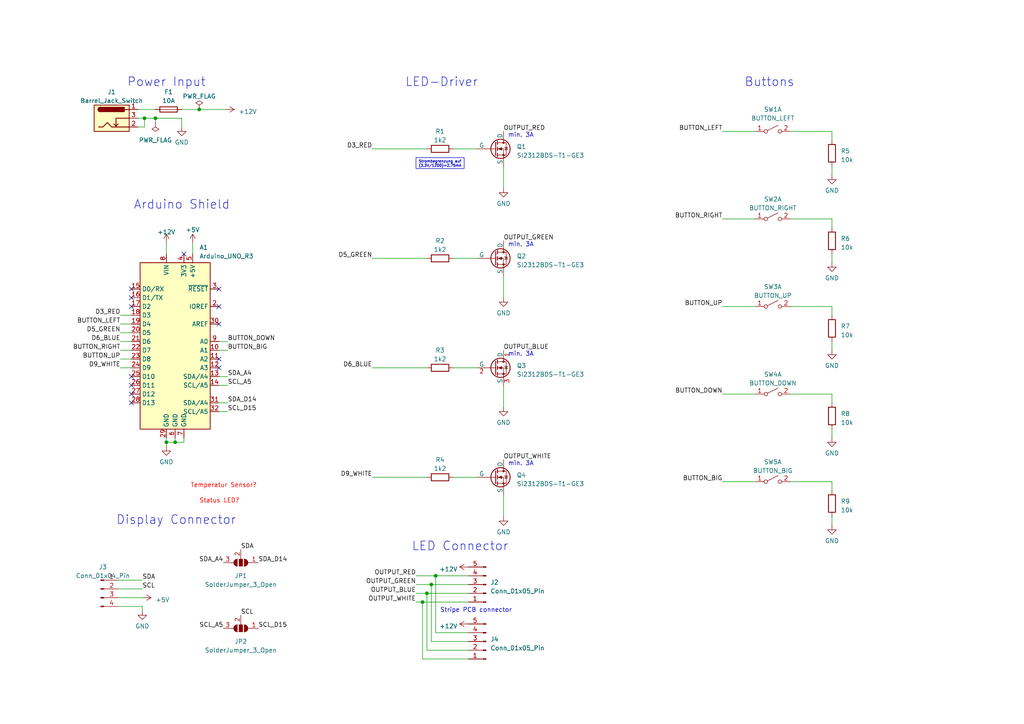
<source format=kicad_sch>
(kicad_sch (version 20230121) (generator eeschema)
  (paper "A4")
  (lib_symbols
    (symbol "Connector:Barrel_Jack_Switch" (pin_names hide)
      (property "Reference" "J" (at 0 5.334 0))
      (property "Value" "Barrel_Jack_Switch" (at 0 -5.08 0))
      (symbol "Barrel_Jack_Switch_0_1"
        (rectangle (start -5.08 3.81) (end 5.08 -3.81) (stroke (width 0.254)) (fill (type background)))
        (arc (start -3.302 3.175) (mid -3.9343 2.54) (end -3.302 1.905) (stroke (width 0.254)))
        (arc (start -3.302 3.175) (mid -3.9343 2.54) (end -3.302 1.905) (stroke (width 0.254)) (fill (type outline)))
        (polyline (pts (xy 1.27 -2.286) (xy 1.905 -1.651)) (stroke (width 0.254)))
        (polyline (pts (xy 5.08 2.54) (xy 3.81 2.54)) (stroke (width 0.254)))
        (polyline (pts (xy 5.08 0) (xy 1.27 0) (xy 1.27 -2.286) (xy 0.635 -1.651)) (stroke (width 0.254)))
        (polyline (pts (xy -3.81 -2.54) (xy -2.54 -2.54) (xy -1.27 -1.27) (xy 0 -2.54) (xy 2.54 -2.54) (xy 5.08 -2.54)) (stroke (width 0.254)))
        (rectangle (start 3.683 3.175) (end -3.302 1.905) (stroke (width 0.254)) (fill (type outline)))
      )
      (symbol "Barrel_Jack_Switch_1_1"
        (pin passive line (at 7.62 2.54 180) (length 2.54) (name "~") (number "1"))
        (pin passive line (at 7.62 -2.54 180) (length 2.54) (name "~") (number "2"))
        (pin passive line (at 7.62 0 180) (length 2.54) (name "~") (number "3"))
      )
    )
    (symbol "Connector:Conn_01x04_Pin" (pin_names (offset 1.016) hide)
      (property "Reference" "J" (at 0 5.08 0))
      (property "Value" "Conn_01x04_Pin" (at 0 -7.62 0))
      (symbol "Conn_01x04_Pin_1_1"
        (polyline (pts (xy 1.27 -5.08) (xy 0.8636 -5.08)) (stroke (width 0.1524)))
        (polyline (pts (xy 1.27 -2.54) (xy 0.8636 -2.54)) (stroke (width 0.1524)))
        (polyline (pts (xy 1.27 0) (xy 0.8636 0)) (stroke (width 0.1524)))
        (polyline (pts (xy 1.27 2.54) (xy 0.8636 2.54)) (stroke (width 0.1524)))
        (rectangle (start 0.8636 -4.953) (end 0 -5.207) (stroke (width 0.1524)) (fill (type outline)))
        (rectangle (start 0.8636 -2.413) (end 0 -2.667) (stroke (width 0.1524)) (fill (type outline)))
        (rectangle (start 0.8636 0.127) (end 0 -0.127) (stroke (width 0.1524)) (fill (type outline)))
        (rectangle (start 0.8636 2.667) (end 0 2.413) (stroke (width 0.1524)) (fill (type outline)))
        (pin passive line (at 5.08 2.54 180) (length 3.81) (name "Pin_1") (number "1"))
        (pin passive line (at 5.08 0 180) (length 3.81) (name "Pin_2") (number "2"))
        (pin passive line (at 5.08 -2.54 180) (length 3.81) (name "Pin_3") (number "3"))
        (pin passive line (at 5.08 -5.08 180) (length 3.81) (name "Pin_4") (number "4"))
      )
    )
    (symbol "Connector:Conn_01x05_Pin" (pin_names (offset 1.016) hide)
      (property "Reference" "J" (at 0 7.62 0))
      (property "Value" "Conn_01x05_Pin" (at 0 -7.62 0))
      (symbol "Conn_01x05_Pin_1_1"
        (polyline (pts (xy 1.27 -5.08) (xy 0.8636 -5.08)) (stroke (width 0.1524)))
        (polyline (pts (xy 1.27 -2.54) (xy 0.8636 -2.54)) (stroke (width 0.1524)))
        (polyline (pts (xy 1.27 0) (xy 0.8636 0)) (stroke (width 0.1524)))
        (polyline (pts (xy 1.27 2.54) (xy 0.8636 2.54)) (stroke (width 0.1524)))
        (polyline (pts (xy 1.27 5.08) (xy 0.8636 5.08)) (stroke (width 0.1524)))
        (rectangle (start 0.8636 -4.953) (end 0 -5.207) (stroke (width 0.1524)) (fill (type outline)))
        (rectangle (start 0.8636 -2.413) (end 0 -2.667) (stroke (width 0.1524)) (fill (type outline)))
        (rectangle (start 0.8636 0.127) (end 0 -0.127) (stroke (width 0.1524)) (fill (type outline)))
        (rectangle (start 0.8636 2.667) (end 0 2.413) (stroke (width 0.1524)) (fill (type outline)))
        (rectangle (start 0.8636 5.207) (end 0 4.953) (stroke (width 0.1524)) (fill (type outline)))
        (pin passive line (at 5.08 5.08 180) (length 3.81) (name "Pin_1") (number "1"))
        (pin passive line (at 5.08 2.54 180) (length 3.81) (name "Pin_2") (number "2"))
        (pin passive line (at 5.08 0 180) (length 3.81) (name "Pin_3") (number "3"))
        (pin passive line (at 5.08 -2.54 180) (length 3.81) (name "Pin_4") (number "4"))
        (pin passive line (at 5.08 -5.08 180) (length 3.81) (name "Pin_5") (number "5"))
      )
    )
    (symbol "Device:Fuse" (pin_numbers hide) (pin_names (offset 0))
      (property "Reference" "F" (at 2.032 0 90))
      (property "Value" "Fuse" (at -1.905 0 90))
      (symbol "Fuse_0_1"
        (rectangle (start -0.762 -2.54) (end 0.762 2.54) (stroke (width 0.254)))
        (polyline (pts (xy 0 2.54) (xy 0 -2.54)))
      )
      (symbol "Fuse_1_1"
        (pin passive line (at 0 3.81 270) (length 1.27) (name "~") (number "1"))
        (pin passive line (at 0 -3.81 90) (length 1.27) (name "~") (number "2"))
      )
    )
    (symbol "Device:R" (pin_numbers hide) (pin_names (offset 0))
      (property "Reference" "R" (at 2.032 0 90))
      (property "Value" "R" (at 0 0 90))
      (symbol "R_0_1"
        (rectangle (start -1.016 -2.54) (end 1.016 2.54) (stroke (width 0.254)))
      )
      (symbol "R_1_1"
        (pin passive line (at 0 3.81 270) (length 1.27) (name "~") (number "1"))
        (pin passive line (at 0 -3.81 90) (length 1.27) (name "~") (number "2"))
      )
    )
    (symbol "Jumper:SolderJumper_3_Open" (pin_names (offset 0) hide)
      (property "Reference" "JP" (at -2.54 -2.54 0))
      (property "Value" "SolderJumper_3_Open" (at 0 2.794 0))
      (symbol "SolderJumper_3_Open_0_1"
        (arc (start -1.016 1.016) (mid -2.0276 0) (end -1.016 -1.016))
        (arc (start -1.016 1.016) (mid -2.0276 0) (end -1.016 -1.016) (fill (type outline)))
        (rectangle (start -0.508 1.016) (end 0.508 -1.016) (fill (type outline)))
        (polyline (pts (xy -2.54 0) (xy -2.032 0)))
        (polyline (pts (xy -1.016 1.016) (xy -1.016 -1.016)))
        (polyline (pts (xy 0 -1.27) (xy 0 -1.016)))
        (polyline (pts (xy 1.016 1.016) (xy 1.016 -1.016)))
        (polyline (pts (xy 2.54 0) (xy 2.032 0)))
        (arc (start 1.016 -1.016) (mid 2.0276 0) (end 1.016 1.016))
        (arc (start 1.016 -1.016) (mid 2.0276 0) (end 1.016 1.016) (fill (type outline)))
      )
      (symbol "SolderJumper_3_Open_1_1"
        (pin passive line (at -5.08 0 0) (length 2.54) (name "A") (number "1"))
        (pin passive line (at 0 -3.81 90) (length 2.54) (name "C") (number "2"))
        (pin passive line (at 5.08 0 180) (length 2.54) (name "B") (number "3"))
      )
    )
    (symbol "MCU_Module:Arduino_UNO_R3"
      (property "Reference" "A" (at -10.16 23.495 0))
      (property "Value" "Arduino_UNO_R3" (at 5.08 -26.67 0))
      (symbol "Arduino_UNO_R3_0_1"
        (rectangle (start -10.16 22.86) (end 10.16 -25.4) (stroke (width 0.254)) (fill (type background)))
      )
      (symbol "Arduino_UNO_R3_1_1"
        (pin no_connect line (at -10.16 -20.32 0) (length 2.54) hide (name "NC") (number "1"))
        (pin bidirectional line (at 12.7 -2.54 180) (length 2.54) (name "A1") (number "10"))
        (pin bidirectional line (at 12.7 -5.08 180) (length 2.54) (name "A2") (number "11"))
        (pin bidirectional line (at 12.7 -7.62 180) (length 2.54) (name "A3") (number "12"))
        (pin bidirectional line (at 12.7 -10.16 180) (length 2.54) (name "SDA/A4") (number "13"))
        (pin bidirectional line (at 12.7 -12.7 180) (length 2.54) (name "SCL/A5") (number "14"))
        (pin bidirectional line (at -12.7 15.24 0) (length 2.54) (name "D0/RX") (number "15"))
        (pin bidirectional line (at -12.7 12.7 0) (length 2.54) (name "D1/TX") (number "16"))
        (pin bidirectional line (at -12.7 10.16 0) (length 2.54) (name "D2") (number "17"))
        (pin bidirectional line (at -12.7 7.62 0) (length 2.54) (name "D3") (number "18"))
        (pin bidirectional line (at -12.7 5.08 0) (length 2.54) (name "D4") (number "19"))
        (pin output line (at 12.7 10.16 180) (length 2.54) (name "IOREF") (number "2"))
        (pin bidirectional line (at -12.7 2.54 0) (length 2.54) (name "D5") (number "20"))
        (pin bidirectional line (at -12.7 0 0) (length 2.54) (name "D6") (number "21"))
        (pin bidirectional line (at -12.7 -2.54 0) (length 2.54) (name "D7") (number "22"))
        (pin bidirectional line (at -12.7 -5.08 0) (length 2.54) (name "D8") (number "23"))
        (pin bidirectional line (at -12.7 -7.62 0) (length 2.54) (name "D9") (number "24"))
        (pin bidirectional line (at -12.7 -10.16 0) (length 2.54) (name "D10") (number "25"))
        (pin bidirectional line (at -12.7 -12.7 0) (length 2.54) (name "D11") (number "26"))
        (pin bidirectional line (at -12.7 -15.24 0) (length 2.54) (name "D12") (number "27"))
        (pin bidirectional line (at -12.7 -17.78 0) (length 2.54) (name "D13") (number "28"))
        (pin power_in line (at -2.54 -27.94 90) (length 2.54) (name "GND") (number "29"))
        (pin input line (at 12.7 15.24 180) (length 2.54) (name "~{RESET}") (number "3"))
        (pin input line (at 12.7 5.08 180) (length 2.54) (name "AREF") (number "30"))
        (pin bidirectional line (at 12.7 -17.78 180) (length 2.54) (name "SDA/A4") (number "31"))
        (pin bidirectional line (at 12.7 -20.32 180) (length 2.54) (name "SCL/A5") (number "32"))
        (pin power_out line (at 2.54 25.4 270) (length 2.54) (name "3V3") (number "4"))
        (pin power_out line (at 5.08 25.4 270) (length 2.54) (name "+5V") (number "5"))
        (pin power_in line (at 0 -27.94 90) (length 2.54) (name "GND") (number "6"))
        (pin power_in line (at 2.54 -27.94 90) (length 2.54) (name "GND") (number "7"))
        (pin power_in line (at -2.54 25.4 270) (length 2.54) (name "VIN") (number "8"))
        (pin bidirectional line (at 12.7 0 180) (length 2.54) (name "A0") (number "9"))
      )
    )
    (symbol "NMOS_1" (pin_names (offset 0))
      (property "Reference" "Q" (at 5.08 1.27 0))
      (property "Value" "NMOS" (at 5.08 -1.27 0))
      (symbol "NMOS_1_0_1"
        (polyline (pts (xy 0.254 0) (xy -2.54 0)))
        (polyline (pts (xy 0.254 1.905) (xy 0.254 -1.905)) (stroke (width 0.254)))
        (polyline (pts (xy 0.762 -1.27) (xy 0.762 -2.286)) (stroke (width 0.254)))
        (polyline (pts (xy 0.762 0.508) (xy 0.762 -0.508)) (stroke (width 0.254)))
        (polyline (pts (xy 0.762 2.286) (xy 0.762 1.27)) (stroke (width 0.254)))
        (polyline (pts (xy 2.54 2.54) (xy 2.54 1.778)))
        (polyline (pts (xy 2.54 -2.54) (xy 2.54 0) (xy 0.762 0)))
        (polyline (pts (xy 0.762 -1.778) (xy 3.302 -1.778) (xy 3.302 1.778) (xy 0.762 1.778)))
        (polyline (pts (xy 1.016 0) (xy 2.032 0.381) (xy 2.032 -0.381) (xy 1.016 0)) (fill (type outline)))
        (polyline (pts (xy 2.794 0.508) (xy 2.921 0.381) (xy 3.683 0.381) (xy 3.81 0.254)))
        (polyline (pts (xy 3.302 0.381) (xy 2.921 -0.254) (xy 3.683 -0.254) (xy 3.302 0.381)))
        (circle (center 1.651 0) (radius 2.794) (stroke (width 0.254)))
        (circle (center 2.54 -1.778) (radius 0.254) (fill (type outline)))
        (circle (center 2.54 1.778) (radius 0.254) (fill (type outline)))
      )
      (symbol "NMOS_1_1_1"
        (pin passive line (at 2.54 5.08 270) (length 2.54) (name "D") (number "1"))
        (pin input line (at -5.08 0 0) (length 2.54) (name "G") (number "2"))
        (pin passive line (at 2.54 -5.08 90) (length 2.54) (name "S") (number "3"))
      )
    )
    (symbol "Simulation_SPICE:NMOS" (pin_numbers hide) (pin_names (offset 0))
      (property "Reference" "Q" (at 5.08 1.27 0))
      (property "Value" "NMOS" (at 5.08 -1.27 0))
      (symbol "NMOS_0_1"
        (polyline (pts (xy 0.254 0) (xy -2.54 0)))
        (polyline (pts (xy 0.254 1.905) (xy 0.254 -1.905)) (stroke (width 0.254)))
        (polyline (pts (xy 0.762 -1.27) (xy 0.762 -2.286)) (stroke (width 0.254)))
        (polyline (pts (xy 0.762 0.508) (xy 0.762 -0.508)) (stroke (width 0.254)))
        (polyline (pts (xy 0.762 2.286) (xy 0.762 1.27)) (stroke (width 0.254)))
        (polyline (pts (xy 2.54 2.54) (xy 2.54 1.778)))
        (polyline (pts (xy 2.54 -2.54) (xy 2.54 0) (xy 0.762 0)))
        (polyline (pts (xy 0.762 -1.778) (xy 3.302 -1.778) (xy 3.302 1.778) (xy 0.762 1.778)))
        (polyline (pts (xy 1.016 0) (xy 2.032 0.381) (xy 2.032 -0.381) (xy 1.016 0)) (fill (type outline)))
        (polyline (pts (xy 2.794 0.508) (xy 2.921 0.381) (xy 3.683 0.381) (xy 3.81 0.254)))
        (polyline (pts (xy 3.302 0.381) (xy 2.921 -0.254) (xy 3.683 -0.254) (xy 3.302 0.381)))
        (circle (center 1.651 0) (radius 2.794) (stroke (width 0.254)))
        (circle (center 2.54 -1.778) (radius 0.254) (fill (type outline)))
        (circle (center 2.54 1.778) (radius 0.254) (fill (type outline)))
      )
      (symbol "NMOS_1_1"
        (pin passive line (at 2.54 5.08 270) (length 2.54) (name "D") (number "1"))
        (pin input line (at -5.08 0 0) (length 2.54) (name "G") (number "2"))
        (pin passive line (at 2.54 -5.08 90) (length 2.54) (name "S") (number "3"))
      )
    )
    (symbol "Switch:SW_DPST_x2" (pin_names (offset 0) hide)
      (property "Reference" "SW" (at 0 3.175 0))
      (property "Value" "SW_DPST_x2" (at 0 -2.54 0))
      (symbol "SW_DPST_x2_0_0"
        (circle (center -2.032 0) (radius 0.508))
        (polyline (pts (xy -1.524 0.254) (xy 1.524 1.778)))
        (circle (center 2.032 0) (radius 0.508))
      )
      (symbol "SW_DPST_x2_1_1"
        (pin passive line (at -5.08 0 0) (length 2.54) (name "A") (number "1"))
        (pin passive line (at 5.08 0 180) (length 2.54) (name "B") (number "2"))
      )
      (symbol "SW_DPST_x2_2_1"
        (pin passive line (at -5.08 0 0) (length 2.54) (name "A") (number "3"))
        (pin passive line (at 5.08 0 180) (length 2.54) (name "B") (number "4"))
      )
    )
    (symbol "power:+12V" (power) (pin_names (offset 0))
      (property "Value" "+12V" (at 0 3.556 0))
      (symbol "+12V_0_1"
        (polyline (pts (xy -0.762 1.27) (xy 0 2.54)))
        (polyline (pts (xy 0 0) (xy 0 2.54)))
        (polyline (pts (xy 0 2.54) (xy 0.762 1.27)))
      )
      (symbol "+12V_1_1"
        (pin power_in line (at 0 0 90) (length 0) hide (name "+12V") (number "1"))
      )
    )
    (symbol "power:+5V" (power) (pin_names (offset 0))
      (property "Value" "+5V" (at 0 3.556 0))
      (symbol "+5V_0_1"
        (polyline (pts (xy -0.762 1.27) (xy 0 2.54)))
        (polyline (pts (xy 0 0) (xy 0 2.54)))
        (polyline (pts (xy 0 2.54) (xy 0.762 1.27)))
      )
      (symbol "+5V_1_1"
        (pin power_in line (at 0 0 90) (length 0) hide (name "+5V") (number "1"))
      )
    )
    (symbol "power:GND" (power) (pin_names (offset 0))
      (property "Value" "GND" (at 0 -3.81 0))
      (symbol "GND_0_1"
        (polyline (pts (xy 0 0) (xy 0 -1.27) (xy 1.27 -1.27) (xy 0 -2.54) (xy -1.27 -1.27) (xy 0 -1.27)))
      )
      (symbol "GND_1_1"
        (pin power_in line (at 0 0 270) (length 0) hide (name "GND") (number "1"))
      )
    )
    (symbol "power:PWR_FLAG" (power) (pin_numbers hide) (pin_names (offset 0) hide)
      (property "Value" "PWR_FLAG" (at 0 3.81 0))
      (symbol "PWR_FLAG_0_0"
        (pin power_out line (at 0 0 90) (length 0) (name "pwr") (number "1"))
      )
      (symbol "PWR_FLAG_0_1"
        (polyline (pts (xy 0 0) (xy 0 1.27) (xy -1.016 1.905) (xy 0 2.54) (xy 1.016 1.905) (xy 0 1.27)))
      )
    )
  )
  (junction (at 45.085 34.29))
  (junction (at 126.365 167.005))
  (junction (at 41.91 34.29))
  (junction (at 125.095 169.545))
  (junction (at 123.825 172.085))
  (junction (at 122.555 174.625))
  (junction (at 50.8 128.27))
  (junction (at 57.785 31.75))
  (junction (at 48.26 128.27))
  (no_connect (at 63.5 88.9))
  (no_connect (at 38.1 83.82))
  (no_connect (at 38.1 109.22))
  (no_connect (at 38.1 114.3))
  (no_connect (at 63.5 106.68))
  (no_connect (at 38.1 88.9))
  (no_connect (at 38.1 111.76))
  (no_connect (at 63.5 93.98))
  (no_connect (at 53.34 73.66))
  (no_connect (at 38.1 86.36))
  (no_connect (at 63.5 104.14))
  (no_connect (at 38.1 116.84))
  (no_connect (at 63.5 83.82))
  (wire (pts (xy 63.5 119.38) (xy 66.04 119.38)))
  (wire (pts (xy 135.89 191.135) (xy 122.555 191.135)))
  (wire (pts (xy 241.3 63.5) (xy 241.3 66.04)))
  (wire (pts (xy 41.91 36.83) (xy 41.91 34.29)))
  (wire (pts (xy 209.55 63.5) (xy 219.075 63.5)))
  (wire (pts (xy 63.5 109.22) (xy 66.04 109.22)))
  (wire (pts (xy 229.235 114.3) (xy 241.3 114.3)))
  (wire (pts (xy 120.65 167.005) (xy 126.365 167.005)))
  (wire (pts (xy 52.705 31.75) (xy 57.785 31.75)))
  (wire (pts (xy 241.3 48.26) (xy 241.3 50.8)))
  (wire (pts (xy 123.825 188.595) (xy 123.825 172.085)))
  (wire (pts (xy 146.05 80.01) (xy 146.05 86.36)))
  (wire (pts (xy 40.005 36.83) (xy 41.91 36.83)))
  (wire (pts (xy 241.3 73.66) (xy 241.3 76.2)))
  (wire (pts (xy 45.085 34.29) (xy 52.705 34.29)))
  (wire (pts (xy 241.3 139.7) (xy 241.3 142.24)))
  (wire (pts (xy 48.26 128.27) (xy 50.8 128.27)))
  (wire (pts (xy 45.085 34.29) (xy 45.085 35.56)))
  (wire (pts (xy 241.3 88.9) (xy 241.3 91.44)))
  (wire (pts (xy 229.235 88.9) (xy 241.3 88.9)))
  (wire (pts (xy 120.65 174.625) (xy 122.555 174.625)))
  (wire (pts (xy 107.95 106.68) (xy 123.825 106.68)))
  (wire (pts (xy 229.235 63.5) (xy 241.3 63.5)))
  (wire (pts (xy 41.91 34.29) (xy 45.085 34.29)))
  (wire (pts (xy 34.925 101.6) (xy 38.1 101.6)))
  (wire (pts (xy 125.095 169.545) (xy 135.89 169.545)))
  (wire (pts (xy 123.825 172.085) (xy 135.89 172.085)))
  (wire (pts (xy 107.95 74.93) (xy 123.825 74.93)))
  (wire (pts (xy 63.5 111.76) (xy 66.04 111.76)))
  (wire (pts (xy 34.925 96.52) (xy 38.1 96.52)))
  (wire (pts (xy 241.3 124.46) (xy 241.3 127)))
  (wire (pts (xy 48.26 128.27) (xy 48.26 129.54)))
  (wire (pts (xy 209.55 114.3) (xy 219.075 114.3)))
  (wire (pts (xy 34.29 168.275) (xy 41.275 168.275)))
  (wire (pts (xy 131.445 43.18) (xy 138.43 43.18)))
  (wire (pts (xy 107.95 43.18) (xy 123.825 43.18)))
  (wire (pts (xy 53.34 128.27) (xy 53.34 127)))
  (wire (pts (xy 41.275 177.165) (xy 41.275 175.895)))
  (wire (pts (xy 135.89 183.515) (xy 126.365 183.515)))
  (wire (pts (xy 34.925 93.98) (xy 38.1 93.98)))
  (wire (pts (xy 57.785 31.75) (xy 65.405 31.75)))
  (wire (pts (xy 34.29 173.355) (xy 41.275 173.355)))
  (wire (pts (xy 41.275 175.895) (xy 34.29 175.895)))
  (wire (pts (xy 229.235 139.7) (xy 241.3 139.7)))
  (wire (pts (xy 241.3 114.3) (xy 241.3 116.84)))
  (wire (pts (xy 34.925 104.14) (xy 38.1 104.14)))
  (wire (pts (xy 209.55 38.1) (xy 219.075 38.1)))
  (wire (pts (xy 209.55 139.7) (xy 219.075 139.7)))
  (wire (pts (xy 120.65 172.085) (xy 123.825 172.085)))
  (wire (pts (xy 146.05 111.76) (xy 146.05 118.11)))
  (wire (pts (xy 126.365 183.515) (xy 126.365 167.005)))
  (wire (pts (xy 48.26 127) (xy 48.26 128.27)))
  (wire (pts (xy 135.89 188.595) (xy 123.825 188.595)))
  (wire (pts (xy 241.3 99.06) (xy 241.3 101.6)))
  (wire (pts (xy 122.555 174.625) (xy 135.89 174.625)))
  (wire (pts (xy 34.925 91.44) (xy 38.1 91.44)))
  (wire (pts (xy 50.8 128.27) (xy 53.34 128.27)))
  (wire (pts (xy 131.445 106.68) (xy 138.43 106.68)))
  (wire (pts (xy 55.88 70.485) (xy 55.88 73.66)))
  (wire (pts (xy 34.925 99.06) (xy 38.1 99.06)))
  (wire (pts (xy 125.095 186.055) (xy 125.095 169.545)))
  (wire (pts (xy 40.005 31.75) (xy 45.085 31.75)))
  (wire (pts (xy 34.29 170.815) (xy 41.275 170.815)))
  (wire (pts (xy 63.5 101.6) (xy 66.04 101.6)))
  (wire (pts (xy 120.65 169.545) (xy 125.095 169.545)))
  (wire (pts (xy 241.3 38.1) (xy 241.3 40.64)))
  (wire (pts (xy 63.5 116.84) (xy 66.04 116.84)))
  (wire (pts (xy 122.555 191.135) (xy 122.555 174.625)))
  (wire (pts (xy 241.3 149.86) (xy 241.3 152.4)))
  (wire (pts (xy 52.705 34.29) (xy 52.705 36.83)))
  (wire (pts (xy 107.95 138.43) (xy 123.825 138.43)))
  (wire (pts (xy 229.235 38.1) (xy 241.3 38.1)))
  (wire (pts (xy 40.005 34.29) (xy 41.91 34.29)))
  (wire (pts (xy 135.89 186.055) (xy 125.095 186.055)))
  (wire (pts (xy 50.8 128.27) (xy 50.8 127)))
  (wire (pts (xy 131.445 74.93) (xy 138.43 74.93)))
  (wire (pts (xy 63.5 99.06) (xy 66.04 99.06)))
  (wire (pts (xy 34.925 106.68) (xy 38.1 106.68)))
  (wire (pts (xy 131.445 138.43) (xy 138.43 138.43)))
  (wire (pts (xy 146.05 143.51) (xy 146.05 149.86)))
  (wire (pts (xy 209.55 88.9) (xy 219.075 88.9)))
  (wire (pts (xy 48.26 70.485) (xy 48.26 73.66)))
  (wire (pts (xy 126.365 167.005) (xy 135.89 167.005)))
  (wire (pts (xy 146.05 48.26) (xy 146.05 54.61)))
  (text_box "Strombegrenzung auf (3.3V/1200)=2.75mA" (at 120.65 45.72 0) (size 13.97 3.175) (effects (font (size 0.762 0.762)) (justify top)))
  (text "LED-Driver" (at 117.475 25.4 0) (effects (font (size 2.54 2.54)) (justify left bottom)))
  (text "min. 3A" (at 147.32 103.505 0) (effects (font (size 1.27 1.27)) (justify left bottom)))
  (text "min. 3A" (at 147.32 135.255 0) (effects (font (size 1.27 1.27)) (justify left bottom)))
  (text "Buttons" (at 215.9 25.4 0) (effects (font (size 2.54 2.54)) (justify left bottom)))
  (text "min. 3A" (at 147.32 40.005 0) (effects (font (size 1.27 1.27)) (justify left bottom)))
  (text "Stripe PCB connector" (at 127.635 177.8 0) (effects (font (size 1.27 1.27)) (justify left bottom)))
  (text "LED Connector" (at 119.38 160.02 0) (effects (font (size 2.54 2.54)) (justify left bottom)))
  (text "Arduino Shield" (at 38.735 60.96 0) (effects (font (size 2.54 2.54)) (justify left bottom)))
  (text "Status LED?" (at 57.785 146.05 0) (effects (font (size 1.27 1.27)) (justify left bottom)))
  (text "Temperatur Sensor?" (at 55.245 141.605 0) (effects (font (size 1.27 1.27)) (justify left bottom)))
  (text "Power Input" (at 36.83 25.4 0) (effects (font (size 2.54 2.54)) (justify left bottom)))
  (text "min. 3A" (at 147.32 71.755 0) (effects (font (size 1.27 1.27)) (justify left bottom)))
  (text "Display Connector" (at 33.655 152.4 0) (effects (font (size 2.54 2.54)) (justify left bottom)))
  (label "D3_RED" (at 107.95 43.18 180))
  (label "SCL_D15" (at 66.04 119.38 0))
  (label "SDA_D14" (at 66.04 116.84 0))
  (label "BUTTON_RIGHT" (at 34.925 101.6 180))
  (label "OUTPUT_GREEN" (at 120.65 169.545 180))
  (label "D9_WHITE" (at 34.925 106.68 180))
  (label "SCL_A5" (at 66.04 111.76 0))
  (label "SDA_A4" (at 64.77 163.195 180))
  (label "BUTTON_LEFT" (at 34.925 93.98 180))
  (label "BUTTON_LEFT" (at 209.55 38.1 180))
  (label "BUTTON_RIGHT" (at 209.55 63.5 180))
  (label "D6_BLUE" (at 34.925 99.06 180))
  (label "OUTPUT_WHITE" (at 120.65 174.625 180))
  (label "D9_WHITE" (at 107.95 138.43 180))
  (label "SDA_D14" (at 74.93 163.195 0))
  (label "D6_BLUE" (at 107.95 106.68 180))
  (label "D5_GREEN" (at 34.925 96.52 180))
  (label "BUTTON_UP" (at 34.925 104.14 180))
  (label "SDA" (at 41.275 168.275 0))
  (label "OUTPUT_WHITE" (at 146.05 133.35 0))
  (label "D3_RED" (at 34.925 91.44 180))
  (label "BUTTON_DOWN" (at 209.55 114.3 180))
  (label "SCL" (at 69.85 178.435 0))
  (label "BUTTON_DOWN" (at 66.04 99.06 0))
  (label "BUTTON_BIG" (at 66.04 101.6 0))
  (label "OUTPUT_GREEN" (at 146.05 69.85 0))
  (label "SDA" (at 69.85 159.385 0))
  (label "OUTPUT_BLUE" (at 146.05 101.6 0))
  (label "BUTTON_BIG" (at 209.55 139.7 180))
  (label "D5_GREEN" (at 107.95 74.93 180))
  (label "OUTPUT_RED" (at 146.05 38.1 0))
  (label "SCL_A5" (at 64.77 182.245 180))
  (label "SCL_D15" (at 74.93 182.245 0))
  (label "OUTPUT_RED" (at 120.65 167.005 180))
  (label "OUTPUT_BLUE" (at 120.65 172.085 180))
  (label "SCL" (at 41.275 170.815 0))
  (label "SDA_A4" (at 66.04 109.22 0))
  (label "BUTTON_UP" (at 209.55 88.9 180))
  (symbol (lib_id "Simulation_SPICE:NMOS") (at 143.51 74.93 0) (unit 1)
    (property "Reference" "Q2" (at 149.86 74.295 0) (effects (justify left)))
    (property "Value" "SI2312BDS-T1-GE3" (at 149.86 76.835 0) (effects (justify left)))
    (property "Footprint" "Package_TO_SOT_SMD:SOT-23" (effects hide))
    (property "Datasheet" "https://ngspice.sourceforge.io/docs/ngspice-manual.pdf" (effects hide))
    (property "Sim.Device" "NMOS" (effects hide))
    (property "Sim.Type" "VDMOS" (effects hide))
    (property "Sim.Pins" "1=G 2=S 3=D" (effects hide))
    (property "LCSC" "C10490" (effects hide))
  )
  (symbol (lib_id "power:GND") (at 241.3 50.8 0) (unit 1)
    (property "Reference" "#PWR010" (effects hide))
    (property "Value" "GND" (at 241.3 55.245 0))
  )
  (symbol (lib_id "power:+12V") (at 135.89 164.465 90) (unit 1)
    (property "Reference" "#PWR03" (effects hide))
    (property "Value" "+12V" (at 132.715 165.1 90) (effects (justify left)))
  )
  (symbol (lib_id "Device:Fuse") (at 48.895 31.75 270) (unit 1)
    (property "Reference" "F1" (at 48.895 26.67 90))
    (property "Value" "10A" (at 48.895 29.21 90))
    (property "Footprint" "_Library:451-453_Series_Fuse" (effects hide))
    (property "Comments" "0451010.MRL" (effects hide))
    (property "LCSC" "C44479" (effects hide))
  )
  (symbol (lib_name "NMOS_1") (lib_id "Simulation_SPICE:NMOS") (at 143.51 106.68 0) (unit 1)
    (property "Reference" "Q3" (at 149.86 106.045 0) (effects (justify left)))
    (property "Value" "SI2312BDS-T1-GE3" (at 149.86 108.585 0) (effects (justify left)))
    (property "Footprint" "Package_TO_SOT_SMD:SOT-23" (effects hide))
    (property "Datasheet" "https://ngspice.sourceforge.io/docs/ngspice-manual.pdf" (effects hide))
    (property "Sim.Device" "NMOS" (effects hide))
    (property "Sim.Type" "VDMOS" (effects hide))
    (property "Sim.Pins" "1=G 2=S 3=D" (effects hide))
    (property "LCSC" "C10490" (effects hide))
  )
  (symbol (lib_id "Switch:SW_DPST_x2") (at 224.155 88.9 0) (unit 1)
    (property "Reference" "SW3" (at 224.155 83.185 0))
    (property "Value" "BUTTON_UP" (at 224.155 85.725 0))
    (property "Footprint" "Button_Switch_THT:SW_PUSH_6mm" (effects hide))
    (property "Datasheet" "http://www.apem.com/int/index.php?controller=attachment&id_attachment=1371" (effects hide))
  )
  (symbol (lib_id "power:GND") (at 41.275 177.165 0) (unit 1)
    (property "Reference" "#PWR015" (effects hide))
    (property "Value" "GND" (at 41.275 181.61 0))
  )
  (symbol (lib_id "power:PWR_FLAG") (at 57.785 31.75 0) (unit 1)
    (property "Reference" "#FLG01" (effects hide))
    (property "Value" "PWR_FLAG" (at 57.785 27.94 0))
  )
  (symbol (lib_id "power:+12V") (at 135.89 180.975 90) (unit 1)
    (property "Reference" "#PWR018" (effects hide))
    (property "Value" "+12V" (at 132.715 181.61 90) (effects (justify left)))
  )
  (symbol (lib_id "Switch:SW_DPST_x2") (at 224.155 139.7 0) (unit 1)
    (property "Reference" "SW5" (at 224.155 133.985 0))
    (property "Value" "BUTTON_BIG" (at 224.155 136.525 0))
    (property "Footprint" "Button_Switch_THT:SW_PUSH-12mm" (effects hide))
    (property "Datasheet" "http://www.apem.com/int/index.php?controller=attachment&id_attachment=1371" (effects hide))
  )
  (symbol (lib_id "Device:R") (at 127.635 138.43 270) (unit 1)
    (property "Reference" "R4" (at 127.635 133.35 90))
    (property "Value" "1k2" (at 127.635 135.89 90))
    (property "Footprint" "Resistor_SMD:R_0603_1608Metric" (effects hide))
    (property "LCSC" "C22765" (effects hide))
  )
  (symbol (lib_id "Device:R") (at 241.3 146.05 0) (unit 1)
    (property "Reference" "R9" (at 243.84 145.415 0) (effects (justify left)))
    (property "Value" "10k" (at 243.84 147.955 0) (effects (justify left)))
    (property "Footprint" "Resistor_SMD:R_0603_1608Metric" (effects hide))
    (property "LCSC" "C116677" (effects hide))
  )
  (symbol (lib_id "power:GND") (at 48.26 129.54 0) (unit 1)
    (property "Reference" "#PWR06" (effects hide))
    (property "Value" "GND" (at 48.26 133.985 0))
  )
  (symbol (lib_id "power:GND") (at 146.05 149.86 0) (unit 1)
    (property "Reference" "#PWR09" (effects hide))
    (property "Value" "GND" (at 146.05 154.305 0))
  )
  (symbol (lib_id "power:+12V") (at 65.405 31.75 270) (unit 1)
    (property "Reference" "#PWR02" (effects hide))
    (property "Value" "+12V" (at 69.215 32.385 90) (effects (justify left)))
  )
  (symbol (lib_id "Device:R") (at 241.3 69.85 0) (unit 1)
    (property "Reference" "R6" (at 243.84 69.215 0) (effects (justify left)))
    (property "Value" "10k" (at 243.84 71.755 0) (effects (justify left)))
    (property "Footprint" "Resistor_SMD:R_0603_1608Metric" (effects hide))
    (property "LCSC" "C116677" (effects hide))
  )
  (symbol (lib_id "power:GND") (at 146.05 118.11 0) (unit 1)
    (property "Reference" "#PWR08" (effects hide))
    (property "Value" "GND" (at 146.05 122.555 0))
  )
  (symbol (lib_id "power:GND") (at 146.05 86.36 0) (unit 1)
    (property "Reference" "#PWR07" (effects hide))
    (property "Value" "GND" (at 146.05 90.805 0))
  )
  (symbol (lib_id "Jumper:SolderJumper_3_Open") (at 69.85 163.195 180) (unit 1)
    (property "Reference" "JP1" (at 69.85 167.005 0))
    (property "Value" "SolderJumper_3_Open" (at 69.85 169.545 0))
    (property "Footprint" "Jumper:SolderJumper-3_P1.3mm_Open_RoundedPad1.0x1.5mm_NumberLabels" (effects hide))
  )
  (symbol (lib_id "MCU_Module:Arduino_UNO_R3") (at 50.8 99.06 0) (unit 1)
    (property "Reference" "A1" (at 57.8359 71.755 0) (effects (justify left)))
    (property "Value" "Arduino_UNO_R3" (at 57.8359 74.295 0) (effects (justify left)))
    (property "Footprint" "Module:Arduino_UNO_R3" (effects hide))
    (property "Datasheet" "https://www.arduino.cc/en/Main/arduinoBoardUno" (effects hide))
  )
  (symbol (lib_id "power:GND") (at 241.3 76.2 0) (unit 1)
    (property "Reference" "#PWR011" (effects hide))
    (property "Value" "GND" (at 241.3 80.645 0))
  )
  (symbol (lib_id "power:+5V") (at 41.275 173.355 270) (unit 1)
    (property "Reference" "#PWR014" (effects hide))
    (property "Value" "+5V" (at 45.085 173.99 90) (effects (justify left)))
  )
  (symbol (lib_id "power:GND") (at 241.3 101.6 0) (unit 1)
    (property "Reference" "#PWR012" (effects hide))
    (property "Value" "GND" (at 241.3 106.045 0))
  )
  (symbol (lib_id "Simulation_SPICE:NMOS") (at 143.51 43.18 0) (unit 1)
    (property "Reference" "Q1" (at 149.86 42.545 0) (effects (justify left)))
    (property "Value" "SI2312BDS-T1-GE3" (at 149.86 45.085 0) (effects (justify left)))
    (property "Footprint" "Package_TO_SOT_SMD:SOT-23" (effects hide))
    (property "Datasheet" "https://ngspice.sourceforge.io/docs/ngspice-manual.pdf" (effects hide))
    (property "Sim.Device" "NMOS" (effects hide))
    (property "Sim.Type" "VDMOS" (effects hide))
    (property "Sim.Pins" "1=G 2=S 3=D" (effects hide))
    (property "LCSC" "C10490" (effects hide))
  )
  (symbol (lib_id "Switch:SW_DPST_x2") (at 224.155 114.3 0) (unit 1)
    (property "Reference" "SW4" (at 224.155 108.585 0))
    (property "Value" "BUTTON_DOWN" (at 224.155 111.125 0))
    (property "Footprint" "Button_Switch_THT:SW_PUSH_6mm" (effects hide))
  )
  (symbol (lib_id "Device:R") (at 127.635 43.18 270) (unit 1)
    (property "Reference" "R1" (at 127.635 38.1 90))
    (property "Value" "1k2" (at 127.635 40.64 90))
    (property "Footprint" "Resistor_SMD:R_0603_1608Metric" (effects hide))
    (property "LCSC" "C22765" (effects hide))
  )
  (symbol (lib_id "Device:R") (at 241.3 95.25 0) (unit 1)
    (property "Reference" "R7" (at 243.84 94.615 0) (effects (justify left)))
    (property "Value" "10k" (at 243.84 97.155 0) (effects (justify left)))
    (property "Footprint" "Resistor_SMD:R_0603_1608Metric" (effects hide))
    (property "LCSC" "C116677" (effects hide))
  )
  (symbol (lib_id "Device:R") (at 127.635 74.93 270) (unit 1)
    (property "Reference" "R2" (at 127.635 69.85 90))
    (property "Value" "1k2" (at 127.635 72.39 90))
    (property "Footprint" "Resistor_SMD:R_0603_1608Metric" (effects hide))
    (property "LCSC" "C22765" (effects hide))
  )
  (symbol (lib_id "Connector:Conn_01x05_Pin") (at 140.97 186.055 180) (unit 1)
    (property "Reference" "J4" (at 142.24 185.42 0) (effects (justify right)))
    (property "Value" "Conn_01x05_Pin" (at 142.24 187.96 0) (effects (justify right)))
    (property "Footprint" "_Library:RGBW_Stripe_PCB_Solder_Connector" (effects hide))
  )
  (symbol (lib_id "power:GND") (at 146.05 54.61 0) (unit 1)
    (property "Reference" "#PWR04" (effects hide))
    (property "Value" "GND" (at 146.05 59.055 0))
  )
  (symbol (lib_id "power:GND") (at 241.3 127 0) (unit 1)
    (property "Reference" "#PWR016" (effects hide))
    (property "Value" "GND" (at 241.3 131.445 0))
  )
  (symbol (lib_id "power:+5V") (at 55.88 70.485 0) (unit 1)
    (property "Reference" "#PWR013" (effects hide))
    (property "Value" "+5V" (at 55.88 66.675 0))
  )
  (symbol (lib_id "Simulation_SPICE:NMOS") (at 143.51 138.43 0) (unit 1)
    (property "Reference" "Q4" (at 149.86 137.795 0) (effects (justify left)))
    (property "Value" "SI2312BDS-T1-GE3" (at 149.86 140.335 0) (effects (justify left)))
    (property "Footprint" "Package_TO_SOT_SMD:SOT-23" (effects hide))
    (property "Datasheet" "https://ngspice.sourceforge.io/docs/ngspice-manual.pdf" (effects hide))
    (property "Sim.Device" "NMOS" (effects hide))
    (property "Sim.Type" "VDMOS" (effects hide))
    (property "Sim.Pins" "1=G 2=S 3=D" (effects hide))
    (property "LCSC" "C10490" (effects hide))
  )
  (symbol (lib_id "power:+12V") (at 48.26 70.485 0) (unit 1)
    (property "Reference" "#PWR05" (effects hide))
    (property "Value" "+12V" (at 48.26 67.31 0))
  )
  (symbol (lib_id "Device:R") (at 241.3 44.45 0) (unit 1)
    (property "Reference" "R5" (at 243.84 43.815 0) (effects (justify left)))
    (property "Value" "10k" (at 243.84 46.355 0) (effects (justify left)))
    (property "Footprint" "Resistor_SMD:R_0603_1608Metric" (effects hide))
    (property "LCSC" "C116677" (effects hide))
  )
  (symbol (lib_id "power:GND") (at 52.705 36.83 0) (unit 1)
    (property "Reference" "#PWR01" (effects hide))
    (property "Value" "GND" (at 52.705 41.275 0))
  )
  (symbol (lib_id "Connector:Conn_01x05_Pin") (at 140.97 169.545 180) (unit 1)
    (property "Reference" "J2" (at 142.24 168.91 0) (effects (justify right)))
    (property "Value" "Conn_01x05_Pin" (at 142.24 171.45 0) (effects (justify right)))
    (property "Footprint" "Connector_PinHeader_2.54mm:PinHeader_1x05_P2.54mm_Vertical" (effects hide))
  )
  (symbol (lib_id "Device:R") (at 241.3 120.65 0) (unit 1)
    (property "Reference" "R8" (at 243.84 120.015 0) (effects (justify left)))
    (property "Value" "10k" (at 243.84 122.555 0) (effects (justify left)))
    (property "Footprint" "Resistor_SMD:R_0603_1608Metric" (effects hide))
    (property "LCSC" "C116677" (effects hide))
  )
  (symbol (lib_id "Switch:SW_DPST_x2") (at 224.155 38.1 0) (unit 1)
    (property "Reference" "SW1" (at 224.155 31.75 0))
    (property "Value" "BUTTON_LEFT" (at 224.155 34.29 0))
    (property "Footprint" "Button_Switch_THT:SW_PUSH_6mm" (effects hide))
    (property "Datasheet" "http://www.apem.com/int/index.php?controller=attachment&id_attachment=1371" (effects hide))
  )
  (symbol (lib_id "power:GND") (at 241.3 152.4 0) (unit 1)
    (property "Reference" "#PWR017" (effects hide))
    (property "Value" "GND" (at 241.3 156.845 0))
  )
  (symbol (lib_id "Jumper:SolderJumper_3_Open") (at 69.85 182.245 180) (unit 1)
    (property "Reference" "JP2" (at 69.85 186.055 0))
    (property "Value" "SolderJumper_3_Open" (at 69.85 188.595 0))
    (property "Footprint" "Jumper:SolderJumper-3_P1.3mm_Open_RoundedPad1.0x1.5mm_NumberLabels" (effects hide))
  )
  (symbol (lib_id "Connector:Barrel_Jack_Switch") (at 32.385 34.29 0) (unit 1)
    (property "Reference" "J1" (at 32.385 26.67 0))
    (property "Value" "Barrel_Jack_Switch" (at 32.385 29.21 0))
    (property "Footprint" "Connector_BarrelJack:BarrelJack_GCT_DCJ200-10-A_Horizontal" (effects hide))
  )
  (symbol (lib_id "Device:R") (at 127.635 106.68 270) (unit 1)
    (property "Reference" "R3" (at 127.635 101.6 90))
    (property "Value" "1k2" (at 127.635 104.14 90))
    (property "Footprint" "Resistor_SMD:R_0603_1608Metric" (effects hide))
    (property "LCSC" "C22765" (effects hide))
  )
  (symbol (lib_id "Connector:Conn_01x04_Pin") (at 29.21 170.815 0) (unit 1)
    (property "Reference" "J3" (at 29.845 164.465 0))
    (property "Value" "Conn_01x04_Pin" (at 29.845 167.005 0))
    (property "Footprint" "Connector_PinHeader_2.54mm:PinHeader_1x04_P2.54mm_Vertical" (effects hide))
  )
  (symbol (lib_id "Switch:SW_DPST_x2") (at 224.155 63.5 0) (unit 1)
    (property "Reference" "SW2" (at 224.155 57.785 0))
    (property "Value" "BUTTON_RIGHT" (at 224.155 60.325 0))
    (property "Footprint" "Button_Switch_THT:SW_PUSH_6mm" (effects hide))
    (property "Datasheet" "http://www.apem.com/int/index.php?controller=attachment&id_attachment=1371" (effects hide))
  )
  (symbol (lib_id "power:PWR_FLAG") (at 45.085 35.56 180) (unit 1)
    (property "Reference" "#FLG02" (effects hide))
    (property "Value" "PWR_FLAG" (at 45.085 40.64 0))
  )
)
</source>
